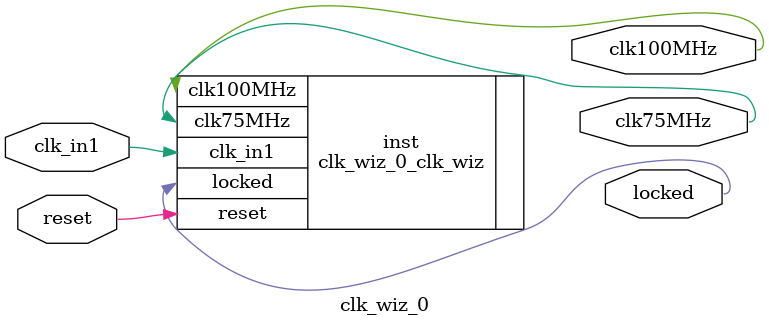
<source format=v>


`timescale 1ps/1ps

(* CORE_GENERATION_INFO = "clk_wiz_0,clk_wiz_v5_4_2_0,{component_name=clk_wiz_0,use_phase_alignment=true,use_min_o_jitter=false,use_max_i_jitter=false,use_dyn_phase_shift=false,use_inclk_switchover=false,use_dyn_reconfig=false,enable_axi=0,feedback_source=FDBK_AUTO,PRIMITIVE=MMCM,num_out_clk=2,clkin1_period=10.000,clkin2_period=10.000,use_power_down=false,use_reset=true,use_locked=true,use_inclk_stopped=false,feedback_type=SINGLE,CLOCK_MGR_TYPE=NA,manual_override=false}" *)

module clk_wiz_0 
 (
  // Clock out ports
  output        clk100MHz,
  output        clk75MHz,
  // Status and control signals
  input         reset,
  output        locked,
 // Clock in ports
  input         clk_in1
 );

  clk_wiz_0_clk_wiz inst
  (
  // Clock out ports  
  .clk100MHz(clk100MHz),
  .clk75MHz(clk75MHz),
  // Status and control signals               
  .reset(reset), 
  .locked(locked),
 // Clock in ports
  .clk_in1(clk_in1)
  );

endmodule

</source>
